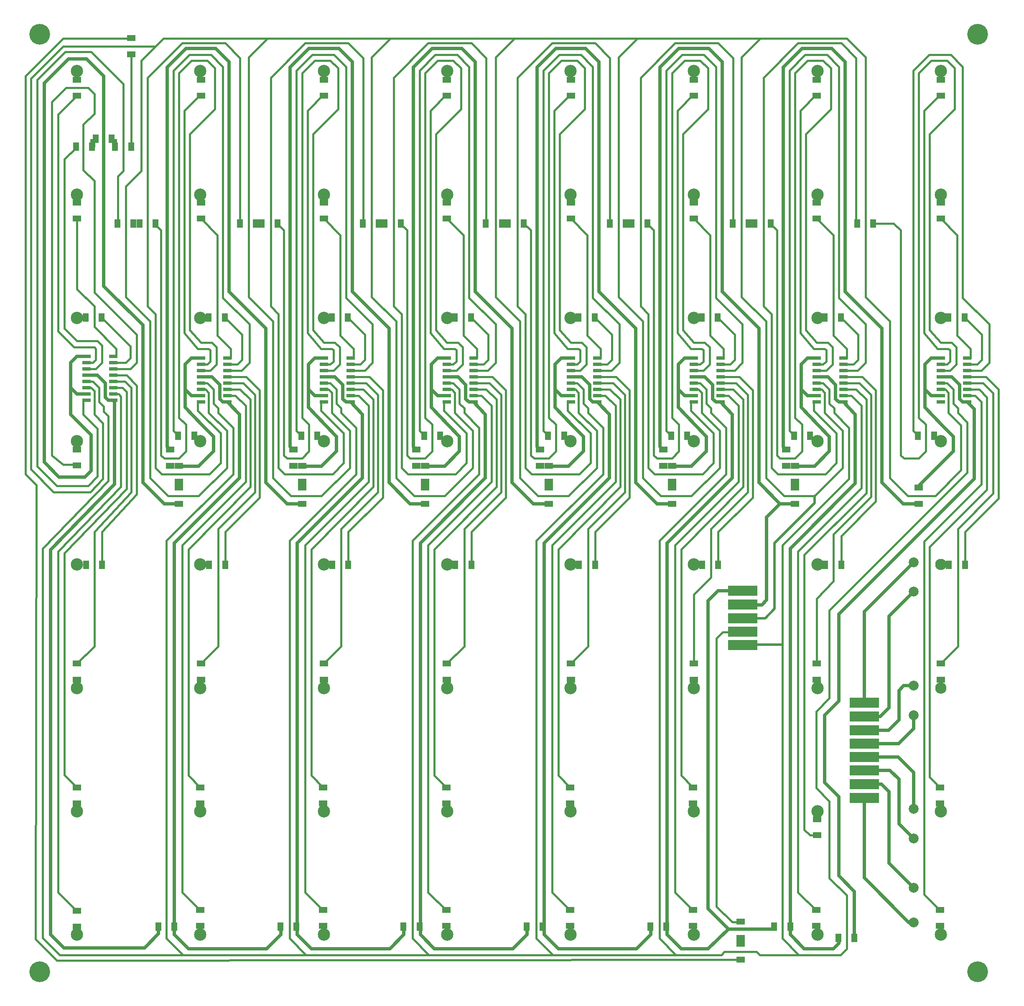
<source format=gbr>
%FSLAX34Y34*%
%MOMM*%
%LNCOPPER_BOTTOM*%
G71*
G01*
%ADD10R, 1.80X1.30*%
%ADD11R, 1.30X1.80*%
%ADD12C, 0.40*%
%ADD13C, 2.00*%
%ADD14R, 1.70X0.76*%
%ADD15C, 0.70*%
%ADD16C, 2.30*%
%ADD17C, 2.50*%
%ADD18R, 1.00X1.80*%
%ADD19C, 0.50*%
%ADD20R, 6.00X2.00*%
%ADD21C, 4.20*%
%LPD*%
X374650Y-176212D02*
G54D10*
D03*
X374650Y-143712D02*
G54D10*
D03*
X374650Y-425450D02*
G54D10*
D03*
X374650Y-392950D02*
G54D10*
D03*
X390525Y-625475D02*
G54D11*
D03*
X423025Y-625475D02*
G54D11*
D03*
X328612Y-865188D02*
G54D11*
D03*
X361112Y-865188D02*
G54D11*
D03*
X423862Y-1127125D02*
G54D11*
D03*
X391362Y-1127125D02*
G54D11*
D03*
X374650Y-1327150D02*
G54D10*
D03*
X374650Y-1359650D02*
G54D10*
D03*
X373062Y-1577975D02*
G54D10*
D03*
X373062Y-1610475D02*
G54D10*
D03*
X373062Y-1858962D02*
G54D10*
D03*
X373062Y-1826462D02*
G54D10*
D03*
X123825Y-176212D02*
G54D10*
D03*
X123825Y-143712D02*
G54D10*
D03*
X123825Y-425450D02*
G54D10*
D03*
X123825Y-392950D02*
G54D10*
D03*
X141288Y-625475D02*
G54D11*
D03*
X173788Y-625475D02*
G54D11*
D03*
X123825Y-925512D02*
G54D10*
D03*
X123825Y-893012D02*
G54D10*
D03*
X174625Y-1127125D02*
G54D11*
D03*
X142125Y-1127125D02*
G54D11*
D03*
X123825Y-1327150D02*
G54D10*
D03*
X123825Y-1359650D02*
G54D10*
D03*
X123825Y-1577975D02*
G54D10*
D03*
X123825Y-1610475D02*
G54D10*
D03*
X123825Y-1860550D02*
G54D10*
D03*
X123825Y-1828050D02*
G54D10*
D03*
G54D12*
X203200Y-704850D02*
X203200Y-688975D01*
X158750Y-644525D01*
X158750Y-603250D01*
X123825Y-568325D01*
X123825Y-425450D01*
G54D12*
X196850Y-717550D02*
X222250Y-717550D01*
X231775Y-708025D01*
X231775Y-684212D01*
X173038Y-625475D01*
G54D12*
X196850Y-768350D02*
X215900Y-768350D01*
X223838Y-776288D01*
X223838Y-973138D01*
X98425Y-1103312D01*
X98425Y-1552575D01*
X123825Y-1577975D01*
X1818425Y-1851600D02*
G54D13*
D03*
X1818425Y-1781600D02*
G54D13*
D03*
X1818425Y-1681600D02*
G54D13*
D03*
X1818425Y-1121600D02*
G54D13*
D03*
X1818425Y-1181600D02*
G54D13*
D03*
X1818425Y-1371600D02*
G54D13*
D03*
X1818425Y-1431600D02*
G54D13*
D03*
X1818425Y-1621600D02*
G54D13*
D03*
X196850Y-704850D02*
G54D14*
D03*
X196850Y-717550D02*
G54D14*
D03*
X196850Y-730250D02*
G54D14*
D03*
X196850Y-742950D02*
G54D14*
D03*
X142850Y-704850D02*
G54D14*
D03*
X142850Y-717550D02*
G54D14*
D03*
X142850Y-730250D02*
G54D14*
D03*
X142850Y-742950D02*
G54D14*
D03*
X196850Y-755650D02*
G54D14*
D03*
X196850Y-768350D02*
G54D14*
D03*
X196850Y-781050D02*
G54D14*
D03*
X142850Y-755650D02*
G54D14*
D03*
X142850Y-768350D02*
G54D14*
D03*
X142850Y-781050D02*
G54D14*
D03*
X196850Y-793750D02*
G54D14*
D03*
X142850Y-793750D02*
G54D14*
D03*
G54D15*
X142875Y-742950D02*
X165100Y-742950D01*
X180975Y-758825D01*
X180975Y-787400D01*
X187325Y-793750D01*
X196850Y-793750D01*
G54D15*
X142875Y-781050D02*
X123825Y-781050D01*
X111125Y-768350D01*
X111125Y-717550D01*
X123825Y-704850D01*
X142875Y-704850D01*
G54D12*
X142875Y-730250D02*
X161925Y-730250D01*
X174625Y-717550D01*
X174625Y-688975D01*
G54D12*
X123825Y-176212D02*
X85725Y-214312D01*
X85725Y-654050D01*
X117475Y-685800D01*
X158750Y-685800D01*
X161925Y-688975D01*
G54D15*
X1718425Y-1489600D02*
X1787725Y-1489600D01*
X1818425Y-1458900D01*
X1818425Y-1431600D01*
G54D15*
X1718425Y-1516600D02*
X1787312Y-1516600D01*
X1818425Y-1547712D01*
X1818425Y-1621600D01*
G54D15*
X1718425Y-1543600D02*
X1770425Y-1543600D01*
X1788425Y-1561600D01*
X1788425Y-1651600D01*
X1818425Y-1681600D01*
G54D15*
X1718425Y-1571600D02*
X1753425Y-1571600D01*
X1768425Y-1586600D01*
X1768425Y-1731600D01*
X1818425Y-1781600D01*
G54D15*
X1718425Y-1599600D02*
X1718425Y-1761600D01*
X1808425Y-1851600D01*
X1818425Y-1851600D01*
G54D15*
X1718425Y-1462600D02*
X1767425Y-1462600D01*
X1788425Y-1441600D01*
X1788425Y-1381600D01*
X1798425Y-1371600D01*
X1818425Y-1371600D01*
G54D15*
X1718425Y-1434600D02*
X1750425Y-1434600D01*
X1768425Y-1416600D01*
X1768425Y-1231600D01*
X1818425Y-1181600D01*
G54D15*
X1718425Y-1406600D02*
X1718425Y-1221600D01*
X1818425Y-1121600D01*
X1873425Y-1126600D02*
G54D16*
D03*
X123425Y-126600D02*
G54D17*
D03*
X373425Y-126600D02*
G54D17*
D03*
X623425Y-126600D02*
G54D17*
D03*
X873425Y-126600D02*
G54D17*
D03*
X1123425Y-126600D02*
G54D17*
D03*
X1373425Y-126600D02*
G54D17*
D03*
X1623425Y-126600D02*
G54D17*
D03*
X1873425Y-126600D02*
G54D17*
D03*
X123425Y-376600D02*
G54D17*
D03*
X373425Y-376600D02*
G54D17*
D03*
X623425Y-376600D02*
G54D17*
D03*
X873425Y-376600D02*
G54D17*
D03*
X1123425Y-376600D02*
G54D17*
D03*
X1373425Y-376600D02*
G54D17*
D03*
X1623425Y-376600D02*
G54D17*
D03*
X1873425Y-376600D02*
G54D17*
D03*
X123425Y-626600D02*
G54D17*
D03*
X373425Y-626600D02*
G54D17*
D03*
X623425Y-626600D02*
G54D17*
D03*
X873425Y-626600D02*
G54D17*
D03*
X1123425Y-626600D02*
G54D17*
D03*
X1373425Y-626600D02*
G54D17*
D03*
X1623425Y-626600D02*
G54D17*
D03*
X1873425Y-626600D02*
G54D17*
D03*
X123425Y-876600D02*
G54D17*
D03*
X373425Y-876600D02*
G54D17*
D03*
X623425Y-876600D02*
G54D17*
D03*
X873425Y-876600D02*
G54D17*
D03*
X1123425Y-876600D02*
G54D17*
D03*
X1373425Y-876600D02*
G54D17*
D03*
X1623425Y-876600D02*
G54D17*
D03*
X1873425Y-876600D02*
G54D17*
D03*
X123425Y-1126600D02*
G54D17*
D03*
X373425Y-1126600D02*
G54D17*
D03*
X623425Y-1126600D02*
G54D17*
D03*
X873425Y-1126600D02*
G54D17*
D03*
X1123425Y-1126600D02*
G54D17*
D03*
X1373425Y-1126600D02*
G54D17*
D03*
X1623425Y-1126600D02*
G54D17*
D03*
X123425Y-1376600D02*
G54D17*
D03*
X373425Y-1376600D02*
G54D17*
D03*
X623425Y-1376600D02*
G54D17*
D03*
X873425Y-1376600D02*
G54D17*
D03*
X1123425Y-1376600D02*
G54D17*
D03*
X1373425Y-1376600D02*
G54D17*
D03*
X1623425Y-1376600D02*
G54D17*
D03*
X123425Y-1626600D02*
G54D17*
D03*
X373425Y-1626600D02*
G54D17*
D03*
X623425Y-1626600D02*
G54D17*
D03*
X873425Y-1626600D02*
G54D17*
D03*
X1123425Y-1626600D02*
G54D17*
D03*
X1373425Y-1626600D02*
G54D17*
D03*
X1623425Y-1626600D02*
G54D17*
D03*
X1873425Y-1626600D02*
G54D17*
D03*
X123425Y-1876600D02*
G54D17*
D03*
X373425Y-1876600D02*
G54D17*
D03*
X623425Y-1876600D02*
G54D17*
D03*
X873425Y-1876600D02*
G54D17*
D03*
X1123425Y-1876600D02*
G54D17*
D03*
X1373425Y-1876600D02*
G54D17*
D03*
X1623425Y-1876600D02*
G54D17*
D03*
X1873425Y-1876600D02*
G54D17*
D03*
X1873425Y-1376600D02*
G54D16*
D03*
G54D12*
X196850Y-742950D02*
X223838Y-742950D01*
X244475Y-763588D01*
X244475Y-984250D01*
X174625Y-1060450D01*
X174625Y-1127125D01*
G54D12*
X196850Y-755650D02*
X220662Y-755650D01*
X233362Y-768350D01*
X233362Y-979488D01*
X158750Y-1060450D01*
X158750Y-1292225D01*
X123825Y-1327150D01*
G54D12*
X196850Y-781050D02*
X207962Y-781050D01*
X212725Y-785812D01*
X212725Y-968375D01*
X85725Y-1100138D01*
X85725Y-1790700D01*
X123825Y-1828800D01*
G54D12*
X142875Y-755650D02*
X155575Y-755650D01*
X168275Y-768350D01*
X168275Y-796925D01*
X177800Y-806450D01*
X177800Y-815975D01*
G54D12*
X142875Y-768350D02*
X152400Y-768350D01*
X158750Y-774700D01*
X158750Y-815975D01*
G54D12*
X136525Y-793750D02*
X136525Y-822325D01*
X165100Y-850900D01*
X165100Y-947738D01*
X146050Y-966788D01*
X82550Y-966788D01*
X42862Y-927100D01*
X42862Y-144462D01*
X100012Y-87312D01*
X152400Y-87312D01*
X217488Y-152400D01*
X217488Y-328612D01*
X206375Y-339725D01*
X206375Y-434975D01*
X282575Y-434975D02*
G54D11*
D03*
X250075Y-434975D02*
G54D11*
D03*
G54D12*
X123825Y-923925D02*
X95250Y-923925D01*
X73025Y-904875D01*
X73025Y-188912D01*
X101600Y-160338D01*
X146050Y-160338D01*
X158750Y-173038D01*
X158750Y-212725D01*
X136525Y-234950D01*
X136525Y-327025D01*
X158750Y-349250D01*
X158750Y-574675D01*
X244475Y-660400D01*
X244475Y-717550D01*
X231775Y-730250D01*
X196850Y-730250D01*
G54D12*
X142875Y-717550D02*
X155575Y-717550D01*
X161925Y-711200D01*
X161925Y-688975D01*
G54D12*
X428625Y-771525D02*
X454025Y-771525D01*
X474662Y-792162D01*
X474662Y-968375D01*
X349250Y-1095375D01*
X349250Y-1554162D01*
X373062Y-1577975D01*
G54D12*
X428625Y-746125D02*
X466725Y-746125D01*
X493712Y-773112D01*
X493712Y-990600D01*
X423862Y-1060450D01*
X423862Y-1127125D01*
G54D12*
X428625Y-758825D02*
X460375Y-758825D01*
X484188Y-782638D01*
X484188Y-979488D01*
X409575Y-1054100D01*
X409575Y-1292225D01*
X374650Y-1327150D01*
G54D12*
X428625Y-784225D02*
X444500Y-784225D01*
X465138Y-804862D01*
X465138Y-958850D01*
X336550Y-1087438D01*
X336550Y-1790700D01*
X373062Y-1827212D01*
G54D12*
X177800Y-815975D02*
X187325Y-825500D01*
X187325Y-957262D01*
X53975Y-1093788D01*
X53975Y-1882775D01*
X88900Y-1917700D01*
X338138Y-1917700D01*
G54D12*
X158750Y-815975D02*
X158750Y-822325D01*
X176212Y-839788D01*
X176212Y-952500D01*
X150812Y-979488D01*
X76200Y-979488D01*
X30162Y-933450D01*
X30162Y-141288D01*
X95250Y-76200D01*
X282575Y-76200D01*
G54D15*
X196850Y-793750D02*
X200025Y-796925D01*
X200025Y-963612D01*
X69850Y-1096962D01*
X69850Y-1876425D01*
X96838Y-1903412D01*
X260350Y-1903412D01*
X288925Y-1874838D01*
X288925Y-1860550D01*
X320675Y-1860550D02*
G54D11*
D03*
X288175Y-1860550D02*
G54D11*
D03*
G54D12*
X428625Y-720725D02*
X448425Y-720725D01*
X457950Y-711200D01*
X457950Y-660400D01*
X423025Y-625475D01*
G54D12*
X328612Y-865188D02*
X319088Y-855662D01*
X319088Y-125412D01*
X350838Y-93662D01*
X395288Y-93662D01*
X419100Y-117475D01*
X419100Y-585788D01*
X473075Y-639762D01*
X473075Y-717550D01*
X457200Y-733425D01*
X428625Y-733425D01*
G54D12*
X374650Y-173038D02*
X341312Y-206375D01*
X341312Y-657225D01*
X368300Y-688975D01*
X390525Y-688975D01*
X393700Y-692150D01*
G54D12*
X406400Y-692150D02*
X406400Y-685800D01*
X396875Y-676275D01*
X374650Y-676275D01*
X352425Y-650875D01*
X352425Y-254000D01*
X403225Y-203200D01*
X403225Y-120650D01*
X387350Y-104775D01*
X355600Y-104775D01*
X330200Y-130175D01*
X330200Y-828675D01*
X344488Y-842962D01*
X344488Y-896938D01*
X330200Y-911225D01*
X300038Y-911225D01*
X293688Y-904875D01*
X293688Y-449262D01*
X279400Y-434975D01*
G54D12*
X434975Y-708025D02*
X434975Y-688975D01*
X407988Y-661988D01*
X407988Y-458788D01*
X374650Y-425450D01*
X428625Y-708025D02*
G54D14*
D03*
X428625Y-720725D02*
G54D14*
D03*
X428625Y-733425D02*
G54D14*
D03*
X428625Y-746125D02*
G54D14*
D03*
X374625Y-708025D02*
G54D14*
D03*
X374625Y-720725D02*
G54D14*
D03*
X374625Y-733425D02*
G54D14*
D03*
X374625Y-746125D02*
G54D14*
D03*
X428625Y-758825D02*
G54D14*
D03*
X428625Y-771525D02*
G54D14*
D03*
X428625Y-784225D02*
G54D14*
D03*
X374625Y-758825D02*
G54D14*
D03*
X374625Y-771525D02*
G54D14*
D03*
X374625Y-784225D02*
G54D14*
D03*
X428625Y-796925D02*
G54D14*
D03*
X374625Y-796925D02*
G54D14*
D03*
G54D15*
X374650Y-746125D02*
X396875Y-746125D01*
X412750Y-762000D01*
X412750Y-790575D01*
X419100Y-796925D01*
X428625Y-796925D01*
G54D15*
X374650Y-784225D02*
X355600Y-784225D01*
X342900Y-771525D01*
X342900Y-720725D01*
X355600Y-708025D01*
X374650Y-708025D01*
G54D12*
X374650Y-733425D02*
X393700Y-733425D01*
X406400Y-720725D01*
X406400Y-692150D01*
G54D12*
X374650Y-758825D02*
X387350Y-758825D01*
X400050Y-771525D01*
X400050Y-800100D01*
X409575Y-809625D01*
X409575Y-819150D01*
G54D12*
X374650Y-771525D02*
X384175Y-771525D01*
X390525Y-777875D01*
X390525Y-819150D01*
G54D12*
X374650Y-720725D02*
X387350Y-720725D01*
X393700Y-714375D01*
X393700Y-692150D01*
G54D12*
X368300Y-796925D02*
X368300Y-814388D01*
X414338Y-860425D01*
X414338Y-920750D01*
X392112Y-942975D01*
X295275Y-942975D01*
X282575Y-930275D01*
X282575Y-619125D01*
X266700Y-603250D01*
X266700Y-139700D01*
X336550Y-69850D01*
X423862Y-69850D01*
X454025Y-100012D01*
X454025Y-434975D01*
X238125Y-434975D02*
G54D11*
D03*
X205625Y-434975D02*
G54D11*
D03*
X153988Y-279400D02*
G54D11*
D03*
X121488Y-279400D02*
G54D11*
D03*
X193675Y-263525D02*
G54D11*
D03*
X161175Y-263525D02*
G54D11*
D03*
X233362Y-279400D02*
G54D11*
D03*
X200862Y-279400D02*
G54D11*
D03*
X155580Y-273046D02*
G54D18*
D03*
X200030Y-273045D02*
G54D18*
D03*
G54D15*
X428625Y-796925D02*
X452438Y-822325D01*
X452438Y-950912D01*
X320675Y-1082675D01*
X320675Y-1876425D01*
X349250Y-1905000D01*
X508000Y-1905000D01*
X536575Y-1876425D01*
X536575Y-1860550D01*
X530225Y-434975D02*
G54D11*
D03*
X497725Y-434975D02*
G54D11*
D03*
X485775Y-434975D02*
G54D11*
D03*
X453275Y-434975D02*
G54D11*
D03*
G54D12*
X390525Y-819150D02*
X427038Y-855662D01*
X427038Y-930275D01*
X369888Y-987425D01*
X307975Y-987425D01*
X271462Y-950912D01*
X271462Y-633412D01*
X222250Y-584200D01*
X222250Y-360362D01*
X254000Y-328612D01*
X254000Y-104775D01*
X298450Y-60325D01*
X509588Y-60325D01*
G54D12*
X409575Y-819150D02*
X439738Y-849312D01*
X439738Y-942975D01*
X304800Y-1077912D01*
X304800Y-1884362D01*
X338138Y-1917700D01*
X587375Y-1917700D01*
X568325Y-1860550D02*
G54D11*
D03*
X535825Y-1860550D02*
G54D11*
D03*
G54D15*
X111125Y-768350D02*
X111125Y-822325D01*
X152400Y-863600D01*
X152400Y-936625D01*
X139700Y-949325D01*
X87312Y-949325D01*
X57150Y-919162D01*
X57150Y-150812D01*
X106362Y-101600D01*
X142875Y-101600D01*
X177800Y-136525D01*
X177800Y-561975D01*
X257175Y-641350D01*
X257175Y-960438D01*
X300038Y-1003300D01*
X330200Y-1003300D01*
X330200Y-1003300D02*
G54D10*
D03*
X330200Y-970800D02*
G54D10*
D03*
X330200Y-958850D02*
G54D10*
D03*
X330200Y-926350D02*
G54D10*
D03*
G54D15*
X342900Y-771525D02*
X342900Y-808038D01*
X377825Y-844550D01*
X400050Y-866775D01*
X400050Y-896938D01*
X369888Y-927100D01*
X325438Y-927100D01*
G54D15*
X579438Y-1003300D02*
X549275Y-1003300D01*
X506412Y-960438D01*
X506412Y-647700D01*
X431800Y-573088D01*
X431800Y-107950D01*
X404812Y-80962D01*
X344488Y-80962D01*
X306388Y-119062D01*
X306388Y-887412D01*
X312738Y-893762D01*
X312420Y-926306D02*
G54D10*
D03*
X312420Y-893806D02*
G54D10*
D03*
X623888Y-176212D02*
G54D10*
D03*
X623888Y-143712D02*
G54D10*
D03*
X623888Y-425450D02*
G54D10*
D03*
X623888Y-392950D02*
G54D10*
D03*
X639762Y-625475D02*
G54D11*
D03*
X672263Y-625475D02*
G54D11*
D03*
X577850Y-865188D02*
G54D11*
D03*
X610350Y-865188D02*
G54D11*
D03*
X673100Y-1127125D02*
G54D11*
D03*
X640600Y-1127125D02*
G54D11*
D03*
X623888Y-1327150D02*
G54D10*
D03*
X623888Y-1359650D02*
G54D10*
D03*
X622300Y-1577975D02*
G54D10*
D03*
X622300Y-1610475D02*
G54D10*
D03*
X622300Y-1858962D02*
G54D10*
D03*
X622300Y-1826462D02*
G54D10*
D03*
G54D12*
X677862Y-771525D02*
X703262Y-771525D01*
X723900Y-792162D01*
X723900Y-968375D01*
X598488Y-1095375D01*
X598488Y-1554162D01*
X622300Y-1577975D01*
G54D12*
X677862Y-746125D02*
X715962Y-746125D01*
X742950Y-773112D01*
X742950Y-990600D01*
X673100Y-1060450D01*
X673100Y-1127125D01*
G54D12*
X677862Y-758825D02*
X709612Y-758825D01*
X733425Y-782638D01*
X733425Y-979488D01*
X658812Y-1054100D01*
X658812Y-1292225D01*
X623888Y-1327150D01*
G54D12*
X677862Y-784225D02*
X693738Y-784225D01*
X714375Y-804862D01*
X714375Y-958850D01*
X585788Y-1087438D01*
X585788Y-1790700D01*
X622300Y-1827212D01*
G54D12*
X677862Y-720725D02*
X697663Y-720725D01*
X707188Y-711200D01*
X707188Y-660400D01*
X672262Y-625475D01*
G54D12*
X577850Y-865188D02*
X568325Y-855662D01*
X568325Y-125412D01*
X600075Y-93662D01*
X644525Y-93662D01*
X668338Y-117475D01*
X668338Y-585788D01*
X722312Y-639762D01*
X722312Y-717550D01*
X706438Y-733425D01*
X677862Y-733425D01*
G54D12*
X623888Y-173038D02*
X590550Y-206375D01*
X590550Y-657225D01*
X617538Y-688975D01*
X639762Y-688975D01*
X642938Y-692150D01*
G54D12*
X655638Y-692150D02*
X655638Y-685800D01*
X646112Y-676275D01*
X623888Y-676275D01*
X601662Y-650875D01*
X601662Y-254000D01*
X652462Y-203200D01*
X652462Y-120650D01*
X636588Y-104775D01*
X604838Y-104775D01*
X579438Y-130175D01*
X579438Y-828675D01*
X593725Y-842962D01*
X593725Y-896938D01*
X579438Y-911225D01*
X549275Y-911225D01*
X542925Y-904875D01*
X542925Y-449262D01*
X528638Y-434975D01*
G54D12*
X684212Y-708025D02*
X684212Y-688975D01*
X657225Y-661988D01*
X657225Y-458788D01*
X623888Y-425450D01*
X677862Y-708025D02*
G54D14*
D03*
X677862Y-720725D02*
G54D14*
D03*
X677862Y-733425D02*
G54D14*
D03*
X677862Y-746125D02*
G54D14*
D03*
X623863Y-708025D02*
G54D14*
D03*
X623863Y-720725D02*
G54D14*
D03*
X623863Y-733425D02*
G54D14*
D03*
X623863Y-746125D02*
G54D14*
D03*
X677862Y-758825D02*
G54D14*
D03*
X677862Y-771525D02*
G54D14*
D03*
X677862Y-784225D02*
G54D14*
D03*
X623863Y-758825D02*
G54D14*
D03*
X623862Y-771525D02*
G54D14*
D03*
X623862Y-784225D02*
G54D14*
D03*
X677862Y-796925D02*
G54D14*
D03*
X623862Y-796925D02*
G54D14*
D03*
G54D15*
X623888Y-746125D02*
X646112Y-746125D01*
X661988Y-762000D01*
X661988Y-790575D01*
X668338Y-796925D01*
X677862Y-796925D01*
G54D15*
X623888Y-784225D02*
X604838Y-784225D01*
X592138Y-771525D01*
X592138Y-720725D01*
X604838Y-708025D01*
X623888Y-708025D01*
G54D12*
X623888Y-733425D02*
X642938Y-733425D01*
X655638Y-720725D01*
X655638Y-692150D01*
G54D12*
X623888Y-758825D02*
X636588Y-758825D01*
X649288Y-771525D01*
X649288Y-800100D01*
X658812Y-809625D01*
X658812Y-819150D01*
G54D12*
X623888Y-771525D02*
X633412Y-771525D01*
X639762Y-777875D01*
X639762Y-819150D01*
G54D12*
X623888Y-720725D02*
X636588Y-720725D01*
X642938Y-714375D01*
X642938Y-692150D01*
G54D12*
X617538Y-796925D02*
X617538Y-814388D01*
X663575Y-860425D01*
X663575Y-920750D01*
X641350Y-942975D01*
X544512Y-942975D01*
X531812Y-930275D01*
X531812Y-619125D01*
X515938Y-603250D01*
X515938Y-139700D01*
X585788Y-69850D01*
X673100Y-69850D01*
X703262Y-100012D01*
X703262Y-434975D01*
G54D15*
X677862Y-796925D02*
X701675Y-822325D01*
X701675Y-950912D01*
X569912Y-1082675D01*
X569912Y-1876425D01*
X598488Y-1905000D01*
X757238Y-1905000D01*
X785812Y-1876425D01*
X785812Y-1860550D01*
X779462Y-434975D02*
G54D11*
D03*
X746962Y-434975D02*
G54D11*
D03*
X735012Y-434975D02*
G54D11*
D03*
X702512Y-434975D02*
G54D11*
D03*
G54D12*
X639762Y-819150D02*
X676275Y-855662D01*
X676275Y-930275D01*
X619125Y-987425D01*
X557212Y-987425D01*
X520700Y-950912D01*
X520700Y-633412D01*
X471488Y-584200D01*
X471488Y-98425D01*
X509588Y-60325D01*
X758825Y-60325D01*
G54D12*
X658812Y-819150D02*
X688975Y-849312D01*
X688975Y-942975D01*
X554038Y-1077912D01*
X554038Y-1884362D01*
X587375Y-1917700D01*
X836612Y-1917700D01*
X817562Y-1860550D02*
G54D11*
D03*
X785062Y-1860550D02*
G54D11*
D03*
X579438Y-1003300D02*
G54D10*
D03*
X579438Y-970800D02*
G54D10*
D03*
X579438Y-958850D02*
G54D10*
D03*
X579438Y-926350D02*
G54D10*
D03*
G54D15*
X592138Y-771525D02*
X592138Y-808038D01*
X627062Y-844550D01*
X649288Y-866775D01*
X649288Y-896938D01*
X619125Y-927100D01*
X574675Y-927100D01*
G54D15*
X828675Y-1003300D02*
X798512Y-1003300D01*
X755650Y-960438D01*
X755650Y-647700D01*
X681038Y-573088D01*
X681038Y-107950D01*
X654050Y-80962D01*
X593725Y-80962D01*
X555625Y-119062D01*
X555625Y-887412D01*
X561975Y-893762D01*
X561658Y-926306D02*
G54D10*
D03*
X561658Y-893806D02*
G54D10*
D03*
X873125Y-176212D02*
G54D10*
D03*
X873125Y-143712D02*
G54D10*
D03*
X873125Y-425450D02*
G54D10*
D03*
X873125Y-392950D02*
G54D10*
D03*
X889000Y-625475D02*
G54D11*
D03*
X921500Y-625475D02*
G54D11*
D03*
X827088Y-865188D02*
G54D11*
D03*
X859588Y-865188D02*
G54D11*
D03*
X922338Y-1127125D02*
G54D11*
D03*
X889838Y-1127125D02*
G54D11*
D03*
X873125Y-1327150D02*
G54D10*
D03*
X873125Y-1359650D02*
G54D10*
D03*
X871538Y-1577975D02*
G54D10*
D03*
X871538Y-1610475D02*
G54D10*
D03*
X871538Y-1858962D02*
G54D10*
D03*
X871538Y-1826462D02*
G54D10*
D03*
G54D12*
X927100Y-771525D02*
X952500Y-771525D01*
X973138Y-792162D01*
X973138Y-968375D01*
X847725Y-1095375D01*
X847725Y-1554162D01*
X871538Y-1577975D01*
G54D12*
X927100Y-746125D02*
X965200Y-746125D01*
X992188Y-773112D01*
X992188Y-990600D01*
X922338Y-1060450D01*
X922338Y-1127125D01*
G54D12*
X927100Y-758825D02*
X958850Y-758825D01*
X982662Y-782638D01*
X982662Y-979488D01*
X908050Y-1054100D01*
X908050Y-1292225D01*
X873125Y-1327150D01*
G54D12*
X927100Y-784225D02*
X942975Y-784225D01*
X963612Y-804862D01*
X963612Y-958850D01*
X835025Y-1087438D01*
X835025Y-1790700D01*
X871538Y-1827212D01*
G54D12*
X927100Y-720725D02*
X946900Y-720725D01*
X956425Y-711200D01*
X956425Y-660400D01*
X921500Y-625475D01*
G54D12*
X827088Y-865188D02*
X817562Y-855662D01*
X817562Y-125412D01*
X849312Y-93662D01*
X893762Y-93662D01*
X917575Y-117475D01*
X917575Y-585788D01*
X971550Y-639762D01*
X971550Y-717550D01*
X955675Y-733425D01*
X927100Y-733425D01*
G54D12*
X873125Y-173038D02*
X839788Y-206375D01*
X839788Y-657225D01*
X866775Y-688975D01*
X889000Y-688975D01*
X892175Y-692150D01*
G54D12*
X904875Y-692150D02*
X904875Y-685800D01*
X895350Y-676275D01*
X873125Y-676275D01*
X850900Y-650875D01*
X850900Y-254000D01*
X901700Y-203200D01*
X901700Y-120650D01*
X885825Y-104775D01*
X854075Y-104775D01*
X828675Y-130175D01*
X828675Y-828675D01*
X842962Y-842962D01*
X842962Y-896938D01*
X828675Y-911225D01*
X798512Y-911225D01*
X792162Y-904875D01*
X792162Y-449262D01*
X777875Y-434975D01*
G54D12*
X933450Y-708025D02*
X933450Y-688975D01*
X906462Y-661988D01*
X906462Y-458788D01*
X873125Y-425450D01*
X927100Y-708025D02*
G54D14*
D03*
X927100Y-720725D02*
G54D14*
D03*
X927100Y-733425D02*
G54D14*
D03*
X927100Y-746125D02*
G54D14*
D03*
X873100Y-708025D02*
G54D14*
D03*
X873100Y-720725D02*
G54D14*
D03*
X873100Y-733425D02*
G54D14*
D03*
X873100Y-746125D02*
G54D14*
D03*
X927100Y-758825D02*
G54D14*
D03*
X927100Y-771525D02*
G54D14*
D03*
X927100Y-784225D02*
G54D14*
D03*
X873100Y-758825D02*
G54D14*
D03*
X873100Y-771525D02*
G54D14*
D03*
X873100Y-784225D02*
G54D14*
D03*
X927100Y-796925D02*
G54D14*
D03*
X873100Y-796925D02*
G54D14*
D03*
G54D15*
X873125Y-746125D02*
X895350Y-746125D01*
X911225Y-762000D01*
X911225Y-790575D01*
X917575Y-796925D01*
X927100Y-796925D01*
G54D15*
X873125Y-784225D02*
X854075Y-784225D01*
X841375Y-771525D01*
X841375Y-720725D01*
X854075Y-708025D01*
X873125Y-708025D01*
G54D12*
X873125Y-733425D02*
X892175Y-733425D01*
X904875Y-720725D01*
X904875Y-692150D01*
G54D12*
X873125Y-758825D02*
X885825Y-758825D01*
X898525Y-771525D01*
X898525Y-800100D01*
X908050Y-809625D01*
X908050Y-819150D01*
G54D12*
X873125Y-771525D02*
X882650Y-771525D01*
X889000Y-777875D01*
X889000Y-819150D01*
G54D12*
X873125Y-720725D02*
X885825Y-720725D01*
X892175Y-714375D01*
X892175Y-692150D01*
G54D12*
X866775Y-796925D02*
X866775Y-814388D01*
X912812Y-860425D01*
X912812Y-920750D01*
X890588Y-942975D01*
X793750Y-942975D01*
X781050Y-930275D01*
X781050Y-619125D01*
X765175Y-603250D01*
X765175Y-139700D01*
X835025Y-69850D01*
X922338Y-69850D01*
X952500Y-100012D01*
X952500Y-434975D01*
G54D15*
X927100Y-796925D02*
X950912Y-822325D01*
X950912Y-950912D01*
X819150Y-1082675D01*
X819150Y-1876425D01*
X847725Y-1905000D01*
X1006475Y-1905000D01*
X1035050Y-1876425D01*
X1035050Y-1860550D01*
X1028700Y-434975D02*
G54D11*
D03*
X996200Y-434975D02*
G54D11*
D03*
X984250Y-434975D02*
G54D11*
D03*
X951750Y-434975D02*
G54D11*
D03*
G54D12*
X889000Y-819150D02*
X925512Y-855662D01*
X925512Y-930275D01*
X868362Y-987425D01*
X806450Y-987425D01*
X769938Y-950912D01*
X769938Y-633412D01*
X720725Y-584200D01*
X720725Y-98425D01*
X758825Y-60325D01*
X1008062Y-60325D01*
G54D12*
X908050Y-819150D02*
X938212Y-849312D01*
X938212Y-942975D01*
X803275Y-1077912D01*
X803275Y-1884362D01*
X836612Y-1917700D01*
X1085850Y-1917700D01*
X1066800Y-1860550D02*
G54D11*
D03*
X1034300Y-1860550D02*
G54D11*
D03*
X828675Y-1003300D02*
G54D10*
D03*
X828675Y-970800D02*
G54D10*
D03*
X828675Y-958850D02*
G54D10*
D03*
X828675Y-926350D02*
G54D10*
D03*
G54D15*
X841375Y-771525D02*
X841375Y-808038D01*
X876300Y-844550D01*
X898525Y-866775D01*
X898525Y-896938D01*
X868362Y-927100D01*
X823912Y-927100D01*
G54D15*
X1077912Y-1003300D02*
X1047750Y-1003300D01*
X1004888Y-960438D01*
X1004888Y-647700D01*
X930275Y-573088D01*
X930275Y-107950D01*
X903288Y-80962D01*
X842962Y-80962D01*
X804862Y-119062D01*
X804862Y-887412D01*
X811212Y-893762D01*
X810895Y-926306D02*
G54D10*
D03*
X810895Y-893806D02*
G54D10*
D03*
X1123950Y-176212D02*
G54D10*
D03*
X1123950Y-143712D02*
G54D10*
D03*
X1123950Y-425450D02*
G54D10*
D03*
X1123950Y-392950D02*
G54D10*
D03*
X1139825Y-625475D02*
G54D11*
D03*
X1172325Y-625475D02*
G54D11*
D03*
X1077912Y-865188D02*
G54D11*
D03*
X1110412Y-865188D02*
G54D11*
D03*
X1173162Y-1127125D02*
G54D11*
D03*
X1140662Y-1127125D02*
G54D11*
D03*
X1123950Y-1327150D02*
G54D10*
D03*
X1123950Y-1359650D02*
G54D10*
D03*
X1122362Y-1577975D02*
G54D10*
D03*
X1122362Y-1610475D02*
G54D10*
D03*
X1122362Y-1858962D02*
G54D10*
D03*
X1122362Y-1826462D02*
G54D10*
D03*
G54D12*
X1177925Y-771525D02*
X1203325Y-771525D01*
X1223962Y-792162D01*
X1223962Y-968375D01*
X1098550Y-1095375D01*
X1098550Y-1554162D01*
X1122362Y-1577975D01*
G54D12*
X1177925Y-746125D02*
X1216025Y-746125D01*
X1243012Y-773112D01*
X1243012Y-990600D01*
X1173162Y-1060450D01*
X1173162Y-1127125D01*
G54D12*
X1177925Y-758825D02*
X1209675Y-758825D01*
X1233488Y-782638D01*
X1233488Y-979488D01*
X1158875Y-1054100D01*
X1158875Y-1292225D01*
X1123950Y-1327150D01*
G54D12*
X1177925Y-784225D02*
X1193800Y-784225D01*
X1214438Y-804862D01*
X1214438Y-958850D01*
X1085850Y-1087438D01*
X1085850Y-1790700D01*
X1122362Y-1827212D01*
G54D12*
X1177925Y-720725D02*
X1197725Y-720725D01*
X1207250Y-711200D01*
X1207250Y-660400D01*
X1172325Y-625475D01*
G54D12*
X1077912Y-865188D02*
X1068388Y-855662D01*
X1068388Y-125412D01*
X1100138Y-93662D01*
X1144588Y-93662D01*
X1168400Y-117475D01*
X1168400Y-585788D01*
X1222375Y-639762D01*
X1222375Y-717550D01*
X1206500Y-733425D01*
X1177925Y-733425D01*
G54D12*
X1123950Y-173038D02*
X1090612Y-206375D01*
X1090612Y-657225D01*
X1117600Y-688975D01*
X1139825Y-688975D01*
X1143000Y-692150D01*
G54D12*
X1155700Y-692150D02*
X1155700Y-685800D01*
X1146175Y-676275D01*
X1123950Y-676275D01*
X1101725Y-650875D01*
X1101725Y-254000D01*
X1152525Y-203200D01*
X1152525Y-120650D01*
X1136650Y-104775D01*
X1104900Y-104775D01*
X1079500Y-130175D01*
X1079500Y-828675D01*
X1093788Y-842962D01*
X1093788Y-896938D01*
X1079500Y-911225D01*
X1049338Y-911225D01*
X1042988Y-904875D01*
X1042988Y-449262D01*
X1028700Y-434975D01*
G54D12*
X1184275Y-708025D02*
X1184275Y-688975D01*
X1157288Y-661988D01*
X1157288Y-458788D01*
X1123950Y-425450D01*
X1177925Y-708025D02*
G54D14*
D03*
X1177925Y-720725D02*
G54D14*
D03*
X1177925Y-733425D02*
G54D14*
D03*
X1177925Y-746125D02*
G54D14*
D03*
X1123925Y-708025D02*
G54D14*
D03*
X1123925Y-720725D02*
G54D14*
D03*
X1123925Y-733425D02*
G54D14*
D03*
X1123925Y-746125D02*
G54D14*
D03*
X1177925Y-758825D02*
G54D14*
D03*
X1177925Y-771525D02*
G54D14*
D03*
X1177925Y-784225D02*
G54D14*
D03*
X1123925Y-758825D02*
G54D14*
D03*
X1123925Y-771525D02*
G54D14*
D03*
X1123925Y-784225D02*
G54D14*
D03*
X1177925Y-796925D02*
G54D14*
D03*
X1123925Y-796925D02*
G54D14*
D03*
G54D15*
X1123950Y-746125D02*
X1146175Y-746125D01*
X1162050Y-762000D01*
X1162050Y-790575D01*
X1168400Y-796925D01*
X1177925Y-796925D01*
G54D15*
X1123950Y-784225D02*
X1104900Y-784225D01*
X1092200Y-771525D01*
X1092200Y-720725D01*
X1104900Y-708025D01*
X1123950Y-708025D01*
G54D12*
X1123950Y-733425D02*
X1143000Y-733425D01*
X1155700Y-720725D01*
X1155700Y-692150D01*
G54D12*
X1123950Y-758825D02*
X1136650Y-758825D01*
X1149350Y-771525D01*
X1149350Y-800100D01*
X1158875Y-809625D01*
X1158875Y-819150D01*
G54D12*
X1123950Y-771525D02*
X1133475Y-771525D01*
X1139825Y-777875D01*
X1139825Y-819150D01*
G54D12*
X1123950Y-720725D02*
X1136650Y-720725D01*
X1143000Y-714375D01*
X1143000Y-692150D01*
G54D12*
X1117600Y-796925D02*
X1117600Y-814388D01*
X1163638Y-860425D01*
X1163638Y-920750D01*
X1141412Y-942975D01*
X1044575Y-942975D01*
X1031875Y-930275D01*
X1031875Y-619125D01*
X1016000Y-603250D01*
X1016000Y-139700D01*
X1085850Y-69850D01*
X1173162Y-69850D01*
X1203325Y-100012D01*
X1203325Y-434975D01*
G54D15*
X1177925Y-796925D02*
X1201738Y-822325D01*
X1201738Y-950912D01*
X1069975Y-1082675D01*
X1069975Y-1876425D01*
X1098550Y-1905000D01*
X1257300Y-1905000D01*
X1285875Y-1876425D01*
X1285875Y-1860550D01*
X1279525Y-434975D02*
G54D11*
D03*
X1247025Y-434975D02*
G54D11*
D03*
X1235075Y-434975D02*
G54D11*
D03*
X1202575Y-434975D02*
G54D11*
D03*
G54D12*
X1139825Y-819150D02*
X1176338Y-855662D01*
X1176338Y-930275D01*
X1119188Y-987425D01*
X1057275Y-987425D01*
X1020762Y-950912D01*
X1020762Y-633412D01*
X971550Y-584200D01*
X971550Y-98425D01*
X1009650Y-60325D01*
X1258888Y-60325D01*
G54D12*
X1158875Y-819150D02*
X1189038Y-849312D01*
X1189038Y-942975D01*
X1054100Y-1077912D01*
X1054100Y-1884362D01*
X1087438Y-1917700D01*
X1336675Y-1917700D01*
X1317625Y-1860550D02*
G54D11*
D03*
X1285125Y-1860550D02*
G54D11*
D03*
X1079500Y-1003300D02*
G54D10*
D03*
X1079500Y-970800D02*
G54D10*
D03*
X1079500Y-958850D02*
G54D10*
D03*
X1079500Y-926350D02*
G54D10*
D03*
G54D15*
X1092200Y-771525D02*
X1092200Y-808038D01*
X1127125Y-844550D01*
X1149350Y-866775D01*
X1149350Y-896938D01*
X1119188Y-927100D01*
X1074738Y-927100D01*
G54D15*
X1328737Y-1003300D02*
X1298575Y-1003300D01*
X1255712Y-960438D01*
X1255712Y-647700D01*
X1181100Y-573088D01*
X1181100Y-107950D01*
X1154112Y-80962D01*
X1093788Y-80962D01*
X1055688Y-119062D01*
X1055688Y-887412D01*
X1062038Y-893762D01*
X1061720Y-926306D02*
G54D10*
D03*
X1061720Y-893806D02*
G54D10*
D03*
G54D12*
X174625Y-688975D02*
X174625Y-682625D01*
X165100Y-673100D01*
X123825Y-673100D01*
X98425Y-647700D01*
X98425Y-304800D01*
X122238Y-280988D01*
X1373188Y-176212D02*
G54D10*
D03*
X1373188Y-143712D02*
G54D10*
D03*
X1373188Y-425450D02*
G54D10*
D03*
X1373188Y-392950D02*
G54D10*
D03*
X1389062Y-625475D02*
G54D11*
D03*
X1421562Y-625475D02*
G54D11*
D03*
X1327150Y-865188D02*
G54D11*
D03*
X1359650Y-865188D02*
G54D11*
D03*
X1422400Y-1127125D02*
G54D11*
D03*
X1389900Y-1127125D02*
G54D11*
D03*
X1373188Y-1327150D02*
G54D10*
D03*
X1373188Y-1359650D02*
G54D10*
D03*
X1371600Y-1577975D02*
G54D10*
D03*
X1371600Y-1610475D02*
G54D10*
D03*
X1371600Y-1858962D02*
G54D10*
D03*
X1371600Y-1826462D02*
G54D10*
D03*
G54D12*
X1427162Y-771525D02*
X1452562Y-771525D01*
X1473200Y-792162D01*
X1473200Y-968375D01*
X1347788Y-1095375D01*
X1347788Y-1554162D01*
X1371600Y-1577975D01*
G54D12*
X1427162Y-746125D02*
X1465262Y-746125D01*
X1492250Y-773112D01*
X1492250Y-990600D01*
X1422400Y-1060450D01*
X1422400Y-1127125D01*
G54D12*
X1427162Y-758825D02*
X1458912Y-758825D01*
X1482725Y-782638D01*
X1482725Y-979488D01*
X1408112Y-1054100D01*
X1408112Y-1152525D01*
X1373188Y-1187450D01*
X1373188Y-1327150D01*
G54D12*
X1427162Y-784225D02*
X1443038Y-784225D01*
X1463675Y-804862D01*
X1463675Y-958850D01*
X1335088Y-1087438D01*
X1335088Y-1790700D01*
X1371600Y-1827212D01*
G54D12*
X1427162Y-720725D02*
X1446963Y-720725D01*
X1456488Y-711200D01*
X1456488Y-660400D01*
X1421562Y-625475D01*
G54D12*
X1327150Y-865188D02*
X1317625Y-855662D01*
X1317625Y-125412D01*
X1349375Y-93662D01*
X1393825Y-93662D01*
X1417638Y-117475D01*
X1417638Y-585788D01*
X1471612Y-639762D01*
X1471612Y-717550D01*
X1455738Y-733425D01*
X1427162Y-733425D01*
G54D12*
X1373188Y-173038D02*
X1339850Y-206375D01*
X1339850Y-657225D01*
X1366838Y-688975D01*
X1389062Y-688975D01*
X1392238Y-692150D01*
G54D12*
X1404938Y-692150D02*
X1404938Y-685800D01*
X1395412Y-676275D01*
X1373188Y-676275D01*
X1350962Y-650875D01*
X1350962Y-254000D01*
X1401762Y-203200D01*
X1401762Y-120650D01*
X1385888Y-104775D01*
X1354138Y-104775D01*
X1328738Y-130175D01*
X1328738Y-828675D01*
X1343025Y-842962D01*
X1343025Y-896938D01*
X1328738Y-911225D01*
X1298575Y-911225D01*
X1292225Y-904875D01*
X1292225Y-449262D01*
X1277938Y-434975D01*
G54D12*
X1433512Y-708025D02*
X1433512Y-688975D01*
X1406525Y-661988D01*
X1406525Y-458788D01*
X1373188Y-425450D01*
X1427162Y-708025D02*
G54D14*
D03*
X1427162Y-720725D02*
G54D14*
D03*
X1427162Y-733425D02*
G54D14*
D03*
X1427162Y-746125D02*
G54D14*
D03*
X1373163Y-708025D02*
G54D14*
D03*
X1373163Y-720725D02*
G54D14*
D03*
X1373163Y-733425D02*
G54D14*
D03*
X1373163Y-746125D02*
G54D14*
D03*
X1427162Y-758825D02*
G54D14*
D03*
X1427162Y-771525D02*
G54D14*
D03*
X1427162Y-784225D02*
G54D14*
D03*
X1373163Y-758825D02*
G54D14*
D03*
X1373162Y-771525D02*
G54D14*
D03*
X1373162Y-784225D02*
G54D14*
D03*
X1427162Y-796925D02*
G54D14*
D03*
X1373162Y-796925D02*
G54D14*
D03*
G54D15*
X1373188Y-746125D02*
X1395412Y-746125D01*
X1411288Y-762000D01*
X1411288Y-790575D01*
X1417638Y-796925D01*
X1427162Y-796925D01*
G54D15*
X1373188Y-784225D02*
X1354138Y-784225D01*
X1341438Y-771525D01*
X1341438Y-720725D01*
X1354138Y-708025D01*
X1373188Y-708025D01*
G54D12*
X1373188Y-733425D02*
X1392238Y-733425D01*
X1404938Y-720725D01*
X1404938Y-692150D01*
G54D12*
X1373188Y-758825D02*
X1385888Y-758825D01*
X1398588Y-771525D01*
X1398588Y-800100D01*
X1408112Y-809625D01*
X1408112Y-819150D01*
G54D12*
X1373188Y-771525D02*
X1382712Y-771525D01*
X1389062Y-777875D01*
X1389062Y-819150D01*
G54D12*
X1373188Y-720725D02*
X1385888Y-720725D01*
X1392238Y-714375D01*
X1392238Y-692150D01*
G54D12*
X1366838Y-796925D02*
X1366838Y-814388D01*
X1412875Y-860425D01*
X1412875Y-920750D01*
X1390650Y-942975D01*
X1293812Y-942975D01*
X1281112Y-930275D01*
X1281112Y-619125D01*
X1265238Y-603250D01*
X1265238Y-139700D01*
X1335088Y-69850D01*
X1422400Y-69850D01*
X1452562Y-100012D01*
X1452562Y-434975D01*
G54D15*
X1427162Y-796925D02*
X1450975Y-822325D01*
X1450975Y-950912D01*
X1319212Y-1082675D01*
X1319212Y-1876425D01*
X1347788Y-1905000D01*
X1401762Y-1905000D01*
X1443038Y-1865312D01*
X1531938Y-1865312D01*
X1536700Y-1860550D01*
X1528762Y-434975D02*
G54D11*
D03*
X1496262Y-434975D02*
G54D11*
D03*
X1484312Y-434975D02*
G54D11*
D03*
X1451812Y-434975D02*
G54D11*
D03*
G54D12*
X1389062Y-819150D02*
X1425575Y-855662D01*
X1425575Y-930275D01*
X1368425Y-987425D01*
X1306512Y-987425D01*
X1270000Y-950912D01*
X1270000Y-633412D01*
X1220788Y-584200D01*
X1220788Y-98425D01*
X1258888Y-60325D01*
X1508125Y-60325D01*
G54D12*
X1408112Y-819150D02*
X1438275Y-849312D01*
X1438275Y-942975D01*
X1303338Y-1077912D01*
X1303338Y-1884362D01*
X1336675Y-1917700D01*
X1428750Y-1917700D01*
X1435100Y-1911350D01*
X1500188Y-1911350D01*
X1506538Y-1917700D01*
X1585912Y-1917700D01*
X1568450Y-1860550D02*
G54D11*
D03*
X1535950Y-1860550D02*
G54D11*
D03*
X1328738Y-1003300D02*
G54D10*
D03*
X1328738Y-970800D02*
G54D10*
D03*
X1328738Y-958850D02*
G54D10*
D03*
X1328738Y-926350D02*
G54D10*
D03*
G54D15*
X1341438Y-771525D02*
X1341438Y-808038D01*
X1376362Y-844550D01*
X1398588Y-866775D01*
X1398588Y-896938D01*
X1368425Y-927100D01*
X1323975Y-927100D01*
G54D15*
X1577975Y-1003300D02*
X1547812Y-1003300D01*
X1504950Y-960438D01*
X1504950Y-647700D01*
X1430338Y-573088D01*
X1430338Y-107950D01*
X1403350Y-80962D01*
X1343025Y-80962D01*
X1304925Y-119062D01*
X1304925Y-887412D01*
X1311275Y-893762D01*
X1310958Y-926306D02*
G54D10*
D03*
X1310958Y-893806D02*
G54D10*
D03*
X1622425Y-176212D02*
G54D10*
D03*
X1622425Y-143712D02*
G54D10*
D03*
X1622425Y-425450D02*
G54D10*
D03*
X1622425Y-392950D02*
G54D10*
D03*
X1638300Y-625475D02*
G54D11*
D03*
X1670800Y-625475D02*
G54D11*
D03*
X1576388Y-865188D02*
G54D11*
D03*
X1608888Y-865188D02*
G54D11*
D03*
X1671638Y-1127125D02*
G54D11*
D03*
X1639138Y-1127125D02*
G54D11*
D03*
X1622425Y-1327150D02*
G54D10*
D03*
X1622425Y-1359650D02*
G54D10*
D03*
X1623286Y-1675097D02*
G54D10*
D03*
X1623286Y-1642597D02*
G54D10*
D03*
X1620838Y-1858962D02*
G54D10*
D03*
X1620838Y-1826462D02*
G54D10*
D03*
G54D12*
X1676400Y-771525D02*
X1701800Y-771525D01*
X1722438Y-792162D01*
X1722438Y-981075D01*
X1597025Y-1106488D01*
X1597025Y-1663700D01*
X1608138Y-1674812D01*
X1624012Y-1674812D01*
G54D12*
X1676400Y-746125D02*
X1714500Y-746125D01*
X1741488Y-773112D01*
X1741488Y-998537D01*
X1671638Y-1068388D01*
X1671638Y-1127125D01*
G54D12*
X1676400Y-758825D02*
X1708150Y-758825D01*
X1731962Y-782638D01*
X1731962Y-989012D01*
X1655762Y-1065212D01*
X1655762Y-1160462D01*
X1622425Y-1195388D01*
X1622425Y-1327150D01*
G54D12*
X1676400Y-784225D02*
X1692275Y-784225D01*
X1712912Y-804862D01*
X1712912Y-971550D01*
X1584325Y-1100138D01*
X1584325Y-1790700D01*
X1620838Y-1827212D01*
G54D12*
X1676400Y-720725D02*
X1696200Y-720725D01*
X1705725Y-711200D01*
X1705725Y-660400D01*
X1670800Y-625475D01*
G54D12*
X1576388Y-865188D02*
X1566862Y-855662D01*
X1566862Y-125412D01*
X1598612Y-93662D01*
X1643062Y-93662D01*
X1666875Y-117475D01*
X1666875Y-585788D01*
X1720850Y-639762D01*
X1720850Y-717550D01*
X1704975Y-733425D01*
X1676400Y-733425D01*
G54D12*
X1622425Y-173038D02*
X1589088Y-206375D01*
X1589088Y-657225D01*
X1616075Y-688975D01*
X1638300Y-688975D01*
X1641475Y-692150D01*
G54D12*
X1654175Y-692150D02*
X1654175Y-685800D01*
X1644650Y-676275D01*
X1622425Y-676275D01*
X1600200Y-650875D01*
X1600200Y-254000D01*
X1651000Y-203200D01*
X1651000Y-120650D01*
X1635125Y-104775D01*
X1603375Y-104775D01*
X1577975Y-130175D01*
X1577975Y-828675D01*
X1592262Y-842962D01*
X1592262Y-896938D01*
X1577975Y-911225D01*
X1547812Y-911225D01*
X1541462Y-904875D01*
X1541462Y-449262D01*
X1527175Y-434975D01*
G54D12*
X1682750Y-708025D02*
X1682750Y-688975D01*
X1655762Y-661988D01*
X1655762Y-458788D01*
X1622425Y-425450D01*
X1676400Y-708025D02*
G54D14*
D03*
X1676400Y-720725D02*
G54D14*
D03*
X1676400Y-733425D02*
G54D14*
D03*
X1676400Y-746125D02*
G54D14*
D03*
X1622400Y-708025D02*
G54D14*
D03*
X1622400Y-720725D02*
G54D14*
D03*
X1622400Y-733425D02*
G54D14*
D03*
X1622400Y-746125D02*
G54D14*
D03*
X1676400Y-758825D02*
G54D14*
D03*
X1676400Y-771525D02*
G54D14*
D03*
X1676400Y-784225D02*
G54D14*
D03*
X1622400Y-758825D02*
G54D14*
D03*
X1622400Y-771525D02*
G54D14*
D03*
X1622400Y-784225D02*
G54D14*
D03*
X1676400Y-796925D02*
G54D14*
D03*
X1622400Y-796925D02*
G54D14*
D03*
G54D15*
X1622425Y-746125D02*
X1644650Y-746125D01*
X1660525Y-762000D01*
X1660525Y-790575D01*
X1666875Y-796925D01*
X1676400Y-796925D01*
G54D15*
X1622425Y-784225D02*
X1603375Y-784225D01*
X1590675Y-771525D01*
X1590675Y-720725D01*
X1603375Y-708025D01*
X1622425Y-708025D01*
G54D12*
X1622425Y-733425D02*
X1641475Y-733425D01*
X1654175Y-720725D01*
X1654175Y-692150D01*
G54D12*
X1622425Y-758825D02*
X1635125Y-758825D01*
X1647825Y-771525D01*
X1647825Y-800100D01*
X1657350Y-809625D01*
X1657350Y-819150D01*
G54D12*
X1622425Y-771525D02*
X1631950Y-771525D01*
X1638300Y-777875D01*
X1638300Y-819150D01*
G54D12*
X1622425Y-720725D02*
X1635125Y-720725D01*
X1641475Y-714375D01*
X1641475Y-692150D01*
G54D12*
X1616075Y-796925D02*
X1616075Y-814388D01*
X1662112Y-860425D01*
X1662112Y-920750D01*
X1639888Y-942975D01*
X1543050Y-942975D01*
X1530350Y-930275D01*
X1530350Y-619125D01*
X1514475Y-603250D01*
X1514475Y-139700D01*
X1584325Y-69850D01*
X1671638Y-69850D01*
X1701800Y-100012D01*
X1701800Y-434975D01*
G54D15*
X1676400Y-796925D02*
X1700212Y-822325D01*
X1700212Y-962025D01*
X1568450Y-1093788D01*
X1568450Y-1876425D01*
X1597025Y-1905000D01*
X1655762Y-1905000D01*
X1666875Y-1893888D01*
X1666875Y-1882775D01*
X1736725Y-434975D02*
G54D11*
D03*
X1704225Y-434975D02*
G54D11*
D03*
X1698625Y-1882775D02*
G54D11*
D03*
X1666125Y-1882775D02*
G54D11*
D03*
X1577975Y-1003300D02*
G54D10*
D03*
X1577975Y-970800D02*
G54D10*
D03*
X1577975Y-958850D02*
G54D10*
D03*
X1577975Y-926350D02*
G54D10*
D03*
G54D15*
X1590675Y-771525D02*
X1590675Y-808038D01*
X1625600Y-844550D01*
X1647825Y-866775D01*
X1647825Y-896938D01*
X1617662Y-927100D01*
X1573212Y-927100D01*
G54D15*
X1827212Y-1003300D02*
X1797050Y-1003300D01*
X1754188Y-960438D01*
X1754188Y-647700D01*
X1679575Y-573088D01*
X1679575Y-107950D01*
X1652588Y-80962D01*
X1592262Y-80962D01*
X1554162Y-119062D01*
X1554162Y-887412D01*
X1560512Y-893762D01*
X1560195Y-926306D02*
G54D10*
D03*
X1560195Y-893806D02*
G54D10*
D03*
X1873250Y-176212D02*
G54D10*
D03*
X1873250Y-143712D02*
G54D10*
D03*
X1873250Y-425450D02*
G54D10*
D03*
X1873250Y-392950D02*
G54D10*
D03*
X1889125Y-625475D02*
G54D11*
D03*
X1921625Y-625475D02*
G54D11*
D03*
X1827212Y-865188D02*
G54D11*
D03*
X1859712Y-865188D02*
G54D11*
D03*
X1922462Y-1127125D02*
G54D11*
D03*
X1889962Y-1127125D02*
G54D11*
D03*
X1873250Y-1327150D02*
G54D10*
D03*
X1873250Y-1359650D02*
G54D10*
D03*
X1871662Y-1577975D02*
G54D10*
D03*
X1871662Y-1610475D02*
G54D10*
D03*
X1871662Y-1858962D02*
G54D10*
D03*
X1871662Y-1826462D02*
G54D10*
D03*
G54D12*
X1927225Y-771525D02*
X1951038Y-771525D01*
X1966912Y-787400D01*
X1966912Y-974725D01*
X1851025Y-1090612D01*
X1851025Y-1557338D01*
X1871662Y-1577975D01*
G54D12*
X1927225Y-746125D02*
X1965325Y-746125D01*
X1990725Y-771525D01*
X1990725Y-992187D01*
X1922462Y-1060450D01*
X1922462Y-1127125D01*
G54D12*
X1927225Y-758825D02*
X1958975Y-758825D01*
X1979612Y-779462D01*
X1979612Y-982662D01*
X1908175Y-1054100D01*
X1908175Y-1292225D01*
X1873250Y-1327150D01*
G54D12*
X1927225Y-784225D02*
X1943100Y-784225D01*
X1955800Y-796925D01*
X1955800Y-963612D01*
X1839912Y-1079500D01*
X1839912Y-1795462D01*
X1871662Y-1827212D01*
G54D12*
X1927225Y-720725D02*
X1947025Y-720725D01*
X1956550Y-711200D01*
X1956550Y-660400D01*
X1921625Y-625475D01*
G54D12*
X1827212Y-865188D02*
X1817688Y-855662D01*
X1817688Y-125412D01*
X1849438Y-93662D01*
X1893888Y-93662D01*
X1917700Y-117475D01*
X1917700Y-585788D01*
X1971675Y-639762D01*
X1971675Y-717550D01*
X1955800Y-733425D01*
X1927225Y-733425D01*
G54D12*
X1873250Y-173038D02*
X1839912Y-206375D01*
X1839912Y-657225D01*
X1866900Y-688975D01*
X1889125Y-688975D01*
X1892300Y-692150D01*
G54D12*
X1905000Y-692150D02*
X1905000Y-685800D01*
X1895475Y-676275D01*
X1873250Y-676275D01*
X1851025Y-650875D01*
X1851025Y-254000D01*
X1901825Y-203200D01*
X1901825Y-120650D01*
X1885950Y-104775D01*
X1854200Y-104775D01*
X1828800Y-130175D01*
X1828800Y-828675D01*
X1843088Y-842962D01*
X1843088Y-896938D01*
X1828800Y-911225D01*
X1798638Y-911225D01*
X1792288Y-904875D01*
X1792288Y-449262D01*
X1778000Y-434975D01*
X1736725Y-434975D01*
G54D12*
X1933575Y-708025D02*
X1933575Y-688975D01*
X1906588Y-661988D01*
X1906588Y-458788D01*
X1873250Y-425450D01*
X1927225Y-708025D02*
G54D14*
D03*
X1927225Y-720725D02*
G54D14*
D03*
X1927225Y-733425D02*
G54D14*
D03*
X1927225Y-746125D02*
G54D14*
D03*
X1873225Y-708025D02*
G54D14*
D03*
X1873225Y-720725D02*
G54D14*
D03*
X1873225Y-733425D02*
G54D14*
D03*
X1873225Y-746125D02*
G54D14*
D03*
X1927225Y-758825D02*
G54D14*
D03*
X1927225Y-771525D02*
G54D14*
D03*
X1927225Y-784225D02*
G54D14*
D03*
X1873225Y-758825D02*
G54D14*
D03*
X1873225Y-771525D02*
G54D14*
D03*
X1873225Y-784225D02*
G54D14*
D03*
X1927225Y-796925D02*
G54D14*
D03*
X1873225Y-796925D02*
G54D14*
D03*
G54D15*
X1873250Y-746125D02*
X1895475Y-746125D01*
X1911350Y-762000D01*
X1911350Y-790575D01*
X1917700Y-796925D01*
X1927225Y-796925D01*
G54D15*
X1873250Y-784225D02*
X1854200Y-784225D01*
X1841500Y-771525D01*
X1841500Y-720725D01*
X1854200Y-708025D01*
X1873250Y-708025D01*
G54D12*
X1873250Y-733425D02*
X1892300Y-733425D01*
X1905000Y-720725D01*
X1905000Y-692150D01*
G54D12*
X1873250Y-758825D02*
X1885950Y-758825D01*
X1898650Y-771525D01*
X1898650Y-800100D01*
X1908175Y-809625D01*
X1908175Y-819150D01*
G54D12*
X1873250Y-771525D02*
X1882775Y-771525D01*
X1889125Y-777875D01*
X1889125Y-819150D01*
G54D12*
X1873250Y-720725D02*
X1885950Y-720725D01*
X1892300Y-714375D01*
X1892300Y-692150D01*
G54D15*
X1927225Y-796925D02*
X1941512Y-811212D01*
X1941512Y-952500D01*
X1666875Y-1227138D01*
X1666875Y-1403350D01*
X1638300Y-1431925D01*
X1638300Y-1568450D01*
X1666875Y-1597025D01*
X1666875Y-1757362D01*
X1698625Y-1789112D01*
X1698625Y-1882775D01*
G54D12*
X1889125Y-819150D02*
X1914525Y-844550D01*
X1914525Y-935038D01*
X1862138Y-987425D01*
X1806575Y-987425D01*
X1770062Y-950912D01*
X1770062Y-633412D01*
X1720850Y-584200D01*
X1720850Y-98425D01*
X1682750Y-60325D01*
X1508125Y-60325D01*
X1470025Y-98425D01*
X1470025Y-584200D01*
X1519238Y-633412D01*
X1519238Y-950912D01*
X1555750Y-987425D01*
X1617662Y-987425D01*
X1674812Y-930275D01*
X1674812Y-855662D01*
X1638300Y-819150D01*
G54D12*
X1908175Y-819150D02*
X1927225Y-838200D01*
X1927225Y-939800D01*
X1647825Y-1219200D01*
X1647825Y-1397000D01*
X1620838Y-1423988D01*
X1620838Y-1579562D01*
X1647825Y-1606550D01*
X1647825Y-1762125D01*
X1682750Y-1797050D01*
X1682750Y-1905000D01*
X1670050Y-1917700D01*
X1585912Y-1917700D01*
X1552575Y-1884362D01*
X1552575Y-1087438D01*
X1687512Y-952500D01*
X1687512Y-849312D01*
X1657350Y-819150D01*
X1828800Y-1003300D02*
G54D10*
D03*
X1828800Y-970800D02*
G54D10*
D03*
G54D15*
X1841500Y-771525D02*
X1841500Y-808038D01*
X1876425Y-844550D01*
X1898650Y-866775D01*
X1898650Y-896938D01*
X1828800Y-966788D01*
X1828800Y-971550D01*
G54D19*
X1617662Y-987425D02*
X1617662Y-1001712D01*
X1536700Y-1082675D01*
X1536700Y-1216025D01*
X1517650Y-1235075D01*
X1471612Y-1235075D01*
G54D19*
X1471612Y-1289050D02*
X1550988Y-1289050D01*
G54D15*
X1471612Y-1179512D02*
X1422400Y-1179512D01*
X1401762Y-1200150D01*
X1401762Y-1824038D01*
X1443038Y-1865312D01*
G54D12*
X1471612Y-1263650D02*
X1431925Y-1263650D01*
X1419225Y-1276350D01*
X1419225Y-1819275D01*
X1450975Y-1851025D01*
X1468438Y-1851025D01*
X233362Y-92075D02*
G54D10*
D03*
X233363Y-59575D02*
G54D10*
D03*
G54D12*
X233362Y-279400D02*
X233362Y-92075D01*
X1467699Y-1882786D02*
G54D10*
D03*
X1467699Y-1850286D02*
G54D10*
D03*
X1467699Y-1927236D02*
G54D10*
D03*
X1467699Y-1894736D02*
G54D10*
D03*
G54D15*
X1547812Y-1003300D02*
X1520825Y-1030288D01*
X1520825Y-1198562D01*
X1511300Y-1208088D01*
X1471612Y-1208088D01*
G54D12*
X233362Y-60325D02*
X95250Y-60325D01*
X19050Y-136525D01*
X19050Y-942975D01*
X41275Y-965200D01*
X39688Y-1885950D01*
X82550Y-1928812D01*
X1467699Y-1927236D01*
X1718425Y-1406600D02*
G54D20*
D03*
X1718425Y-1434600D02*
G54D20*
D03*
X1718425Y-1462600D02*
G54D20*
D03*
X1718425Y-1489600D02*
G54D20*
D03*
X1718425Y-1516600D02*
G54D20*
D03*
X1718425Y-1543600D02*
G54D20*
D03*
X1718425Y-1571600D02*
G54D20*
D03*
X1718425Y-1599600D02*
G54D20*
D03*
X1472362Y-1179588D02*
G54D20*
D03*
X1472362Y-1207588D02*
G54D20*
D03*
X1472362Y-1235588D02*
G54D20*
D03*
X1472362Y-1262588D02*
G54D20*
D03*
X1472362Y-1289588D02*
G54D20*
D03*
X48430Y-1951600D02*
G54D21*
D03*
X1948425Y-1951600D02*
G54D21*
D03*
X1948425Y-51600D02*
G54D21*
D03*
X48425Y-51600D02*
G54D21*
D03*
M02*

</source>
